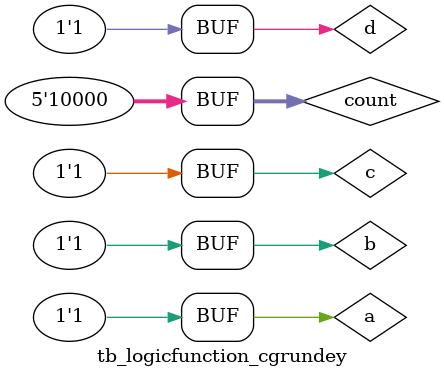
<source format=v>

module tb_logicfunction_cgrundey();
  reg a,b,c,d;
  wire f;
  reg [4:0] count;

  problem3_cgrundey DUT1(a,b,c,d,f);

  initial begin
		for (count = 0; count < 16; count = count + 1) begin
			a = count[3];
      b = count[2];
      c = count[1];
      d = count[0];
			#20;
		end
	end

endmodule

</source>
